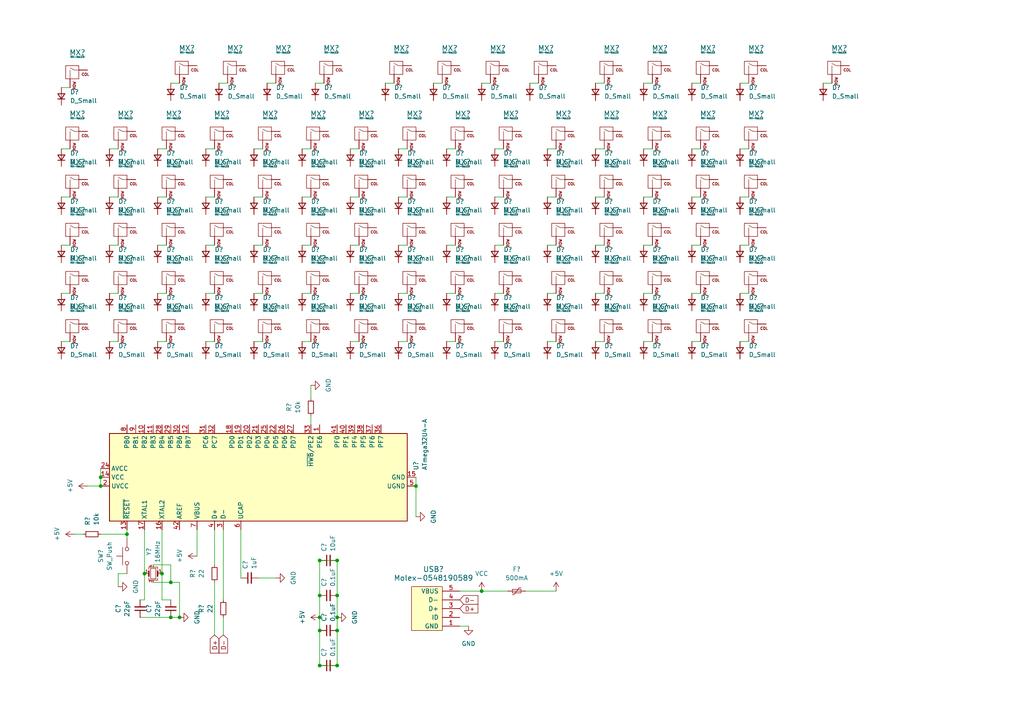
<source format=kicad_sch>
(kicad_sch (version 20211123) (generator eeschema)
  (paper "A4")
  (junction (at 139.7 171.45))
  (junction (at 97.79 162.56))
  (junction (at 97.79 172.72))
  (junction (at 92.71 182.88))
  (junction (at 120.65 140.97))
  (junction (at 97.79 179.07))
  (junction (at 29.21 138.43))
  (junction (at 52.07 179.07))
  (junction (at 92.71 172.72))
  (junction (at 92.71 193.04))
  (junction (at 49.53 168.91))
  (junction (at 92.71 162.56))
  (junction (at 36.83 154.94))
  (junction (at 29.21 140.97))
  (junction (at 92.71 179.07))
  (junction (at 49.53 179.07))
  (junction (at 97.79 182.88))
  (junction (at 97.79 193.04))
  (junction (at 46.99 166.37))
  (junction (at 41.91 166.37))
  (wire (pts (xy 45.72 99.06) (xy 48.26 99.06)))
  (wire (pts (xy 158.75 43.18) (xy 161.29 43.18)))
  (wire (pts (xy 153.67 24.13) (xy 156.21 24.13)))
  (wire (pts (xy 92.71 179.07) (xy 92.71 182.88)))
  (wire (pts (xy 101.6 99.06) (xy 104.14 99.06)))
  (wire (pts (xy 139.7 24.13) (xy 142.24 24.13)))
  (wire (pts (xy 120.65 149.86) (xy 120.65 140.97)))
  (wire (pts (xy 186.69 99.06) (xy 189.23 99.06)))
  (wire (pts (xy 186.69 24.13) (xy 189.23 24.13)))
  (wire (pts (xy 73.66 71.12) (xy 76.2 71.12)))
  (wire (pts (xy 129.54 43.18) (xy 132.08 43.18)))
  (wire (pts (xy 214.63 71.12) (xy 217.17 71.12)))
  (wire (pts (xy 46.99 166.37) (xy 46.99 153.67)))
  (wire (pts (xy 45.72 43.18) (xy 48.26 43.18)))
  (wire (pts (xy 172.72 71.12) (xy 175.26 71.12)))
  (wire (pts (xy 92.71 182.88) (xy 92.71 193.04)))
  (wire (pts (xy 129.54 85.09) (xy 132.08 85.09)))
  (wire (pts (xy 200.66 71.12) (xy 203.2 71.12)))
  (wire (pts (xy 143.51 57.15) (xy 146.05 57.15)))
  (wire (pts (xy 101.6 85.09) (xy 104.14 85.09)))
  (wire (pts (xy 59.69 85.09) (xy 62.23 85.09)))
  (wire (pts (xy 41.91 173.99) (xy 40.64 173.99)))
  (wire (pts (xy 158.75 85.09) (xy 161.29 85.09)))
  (wire (pts (xy 200.66 85.09) (xy 203.2 85.09)))
  (wire (pts (xy 92.71 179.07) (xy 92.71 172.72)))
  (wire (pts (xy 36.83 166.37) (xy 34.29 166.37)))
  (wire (pts (xy 133.35 181.61) (xy 135.89 181.61)))
  (wire (pts (xy 77.47 24.13) (xy 80.01 24.13)))
  (wire (pts (xy 87.63 71.12) (xy 90.17 71.12)))
  (wire (pts (xy 158.75 57.15) (xy 161.29 57.15)))
  (wire (pts (xy 59.69 43.18) (xy 62.23 43.18)))
  (wire (pts (xy 115.57 99.06) (xy 118.11 99.06)))
  (wire (pts (xy 74.93 167.64) (xy 80.01 167.64)))
  (wire (pts (xy 73.66 85.09) (xy 76.2 85.09)))
  (wire (pts (xy 73.66 57.15) (xy 76.2 57.15)))
  (wire (pts (xy 34.29 166.37) (xy 34.29 170.18)))
  (wire (pts (xy 101.6 43.18) (xy 104.14 43.18)))
  (wire (pts (xy 73.66 99.06) (xy 76.2 99.06)))
  (wire (pts (xy 49.53 24.13) (xy 52.07 24.13)))
  (wire (pts (xy 115.57 85.09) (xy 118.11 85.09)))
  (wire (pts (xy 172.72 57.15) (xy 175.26 57.15)))
  (wire (pts (xy 186.69 43.18) (xy 189.23 43.18)))
  (wire (pts (xy 172.72 99.06) (xy 175.26 99.06)))
  (wire (pts (xy 49.53 163.83) (xy 49.53 168.91)))
  (wire (pts (xy 45.72 71.12) (xy 48.26 71.12)))
  (wire (pts (xy 90.17 115.57) (xy 90.17 111.76)))
  (wire (pts (xy 46.99 173.99) (xy 49.53 173.99)))
  (wire (pts (xy 97.79 172.72) (xy 97.79 162.56)))
  (wire (pts (xy 64.77 184.15) (xy 64.77 179.07)))
  (wire (pts (xy 120.65 140.97) (xy 120.65 138.43)))
  (wire (pts (xy 44.45 168.91) (xy 49.53 168.91)))
  (wire (pts (xy 214.63 99.06) (xy 217.17 99.06)))
  (wire (pts (xy 45.72 85.09) (xy 48.26 85.09)))
  (wire (pts (xy 31.75 57.15) (xy 34.29 57.15)))
  (wire (pts (xy 214.63 85.09) (xy 217.17 85.09)))
  (wire (pts (xy 62.23 184.15) (xy 62.23 168.91)))
  (wire (pts (xy 17.78 43.18) (xy 20.32 43.18)))
  (wire (pts (xy 21.59 154.94) (xy 24.13 154.94)))
  (wire (pts (xy 29.21 154.94) (xy 36.83 154.94)))
  (wire (pts (xy 36.83 156.21) (xy 36.83 154.94)))
  (wire (pts (xy 49.53 179.07) (xy 52.07 179.07)))
  (wire (pts (xy 186.69 71.12) (xy 189.23 71.12)))
  (wire (pts (xy 90.17 123.19) (xy 90.17 120.65)))
  (wire (pts (xy 87.63 43.18) (xy 90.17 43.18)))
  (wire (pts (xy 158.75 99.06) (xy 161.29 99.06)))
  (wire (pts (xy 186.69 57.15) (xy 189.23 57.15)))
  (wire (pts (xy 45.72 57.15) (xy 48.26 57.15)))
  (wire (pts (xy 17.78 57.15) (xy 20.32 57.15)))
  (wire (pts (xy 36.83 154.94) (xy 36.83 153.67)))
  (wire (pts (xy 97.79 182.88) (xy 97.79 179.07)))
  (wire (pts (xy 214.63 43.18) (xy 217.17 43.18)))
  (wire (pts (xy 41.91 166.37) (xy 41.91 173.99)))
  (wire (pts (xy 152.4 171.45) (xy 161.29 171.45)))
  (wire (pts (xy 214.63 57.15) (xy 217.17 57.15)))
  (wire (pts (xy 31.75 99.06) (xy 34.29 99.06)))
  (wire (pts (xy 49.53 168.91) (xy 52.07 168.91)))
  (wire (pts (xy 91.44 24.13) (xy 93.98 24.13)))
  (wire (pts (xy 17.78 25.4) (xy 20.32 25.4)))
  (wire (pts (xy 64.77 173.99) (xy 64.77 153.67)))
  (wire (pts (xy 143.51 99.06) (xy 146.05 99.06)))
  (wire (pts (xy 115.57 43.18) (xy 118.11 43.18)))
  (wire (pts (xy 143.51 43.18) (xy 146.05 43.18)))
  (wire (pts (xy 139.7 171.45) (xy 147.32 171.45)))
  (wire (pts (xy 17.78 99.06) (xy 20.32 99.06)))
  (wire (pts (xy 186.69 85.09) (xy 189.23 85.09)))
  (wire (pts (xy 69.85 153.67) (xy 69.85 167.64)))
  (wire (pts (xy 125.73 24.13) (xy 128.27 24.13)))
  (wire (pts (xy 200.66 43.18) (xy 203.2 43.18)))
  (wire (pts (xy 143.51 71.12) (xy 146.05 71.12)))
  (wire (pts (xy 158.75 71.12) (xy 161.29 71.12)))
  (wire (pts (xy 44.45 163.83) (xy 49.53 163.83)))
  (wire (pts (xy 31.75 71.12) (xy 34.29 71.12)))
  (wire (pts (xy 29.21 135.89) (xy 29.21 138.43)))
  (wire (pts (xy 172.72 24.13) (xy 175.26 24.13)))
  (wire (pts (xy 92.71 193.04) (xy 97.79 193.04)))
  (wire (pts (xy 172.72 43.18) (xy 175.26 43.18)))
  (wire (pts (xy 133.35 171.45) (xy 139.7 171.45)))
  (wire (pts (xy 129.54 71.12) (xy 132.08 71.12)))
  (wire (pts (xy 29.21 138.43) (xy 29.21 140.97)))
  (wire (pts (xy 59.69 57.15) (xy 62.23 57.15)))
  (wire (pts (xy 73.66 43.18) (xy 76.2 43.18)))
  (wire (pts (xy 200.66 99.06) (xy 203.2 99.06)))
  (wire (pts (xy 97.79 179.07) (xy 97.79 172.72)))
  (wire (pts (xy 200.66 57.15) (xy 203.2 57.15)))
  (wire (pts (xy 129.54 57.15) (xy 132.08 57.15)))
  (wire (pts (xy 31.75 85.09) (xy 34.29 85.09)))
  (wire (pts (xy 97.79 193.04) (xy 97.79 182.88)))
  (wire (pts (xy 101.6 71.12) (xy 104.14 71.12)))
  (wire (pts (xy 172.72 85.09) (xy 175.26 85.09)))
  (wire (pts (xy 17.78 85.09) (xy 20.32 85.09)))
  (wire (pts (xy 115.57 57.15) (xy 118.11 57.15)))
  (wire (pts (xy 63.5 24.13) (xy 66.04 24.13)))
  (wire (pts (xy 115.57 71.12) (xy 118.11 71.12)))
  (wire (pts (xy 40.64 179.07) (xy 49.53 179.07)))
  (wire (pts (xy 238.76 24.13) (xy 241.3 24.13)))
  (wire (pts (xy 46.99 166.37) (xy 46.99 173.99)))
  (wire (pts (xy 57.15 161.29) (xy 57.15 153.67)))
  (wire (pts (xy 101.6 57.15) (xy 104.14 57.15)))
  (wire (pts (xy 200.66 24.13) (xy 203.2 24.13)))
  (wire (pts (xy 87.63 85.09) (xy 90.17 85.09)))
  (wire (pts (xy 29.21 140.97) (xy 25.4 140.97)))
  (wire (pts (xy 129.54 99.06) (xy 132.08 99.06)))
  (wire (pts (xy 87.63 57.15) (xy 90.17 57.15)))
  (wire (pts (xy 62.23 163.83) (xy 62.23 153.67)))
  (wire (pts (xy 143.51 85.09) (xy 146.05 85.09)))
  (wire (pts (xy 214.63 24.13) (xy 217.17 24.13)))
  (wire (pts (xy 17.78 71.12) (xy 20.32 71.12)))
  (wire (pts (xy 92.71 172.72) (xy 92.71 162.56)))
  (wire (pts (xy 59.69 99.06) (xy 62.23 99.06)))
  (wire (pts (xy 52.07 168.91) (xy 52.07 179.07)))
  (wire (pts (xy 31.75 43.18) (xy 34.29 43.18)))
  (wire (pts (xy 111.76 24.13) (xy 114.3 24.13)))
  (wire (pts (xy 87.63 99.06) (xy 90.17 99.06)))
  (wire (pts (xy 97.79 162.56) (xy 92.71 162.56)))
  (wire (pts (xy 41.91 166.37) (xy 41.91 153.67)))
  (wire (pts (xy 59.69 71.12) (xy 62.23 71.12)))
  (global_label "D-" (shape input) (at 133.35 173.99 0) (property "Intersheet References" "${INTERSHEET_REFS}" (effects hide)))
  (global_label "D+" (shape input) (at 133.35 176.53 0) (property "Intersheet References" "${INTERSHEET_REFS}" (effects hide)))
  (global_label "D+" (shape input) (at 62.23 184.15 270) (property "Intersheet References" "${INTERSHEET_REFS}" (effects hide)))
  (global_label "D-" (shape input) (at 64.77 184.15 270) (property "Intersheet References" "${INTERSHEET_REFS}" (effects hide)))
  (symbol (lib_id "MX_Alps_Hybrid:MX-NoLED") (at 105.41 67.31 0) (unit 1)
    (property "Reference" "MX?" (at 106.2956 60.96 0) (effects (font (size 1.524 1.524))))
    (property "Value" "MX-NoLED" (at 106.2956 62.23 0) (effects (font (size 0.508 0.508))))
  )
  (symbol (lib_id "power:GND") (at 52.07 179.07 90) (unit 1)
    (property "Reference" "#PWR?" (effects hide))
    (property "Value" "GND" (at 57.15 179.07 0))
  )
  (symbol (lib_id "MX_Alps_Hybrid:MX-NoLED") (at 176.53 81.28 0) (unit 1)
    (property "Reference" "MX?" (at 177.4156 74.93 0) (effects (font (size 1.524 1.524))))
    (property "Value" "MX-NoLED" (at 177.4156 76.2 0) (effects (font (size 0.508 0.508))))
  )
  (symbol (lib_id "Device:D_Small") (at 214.63 59.69 90) (unit 1)
    (property "Reference" "D?" (at 217.17 58.4199 90) (effects (justify right)))
    (property "Value" "D_Small" (at 217.17 60.9599 90) (effects (justify right)))
  )
  (symbol (lib_id "MX_Alps_Hybrid:MX-NoLED") (at 77.47 39.37 0) (unit 1)
    (property "Reference" "MX?" (at 78.3556 33.02 0) (effects (font (size 1.524 1.524))))
    (property "Value" "MX-NoLED" (at 78.3556 34.29 0) (effects (font (size 0.508 0.508))))
  )
  (symbol (lib_id "Device:D_Small") (at 59.69 45.72 90) (unit 1)
    (property "Reference" "D?" (at 62.23 44.4499 90) (effects (justify right)))
    (property "Value" "D_Small" (at 62.23 46.9899 90) (effects (justify right)))
  )
  (symbol (lib_id "MX_Alps_Hybrid:MX-NoLED") (at 35.56 39.37 0) (unit 1)
    (property "Reference" "MX?" (at 36.4456 33.02 0) (effects (font (size 1.524 1.524))))
    (property "Value" "MX-NoLED" (at 36.4456 34.29 0) (effects (font (size 0.508 0.508))))
  )
  (symbol (lib_id "MX_Alps_Hybrid:MX-NoLED") (at 204.47 53.34 0) (unit 1)
    (property "Reference" "MX?" (at 205.3556 46.99 0) (effects (font (size 1.524 1.524))))
    (property "Value" "MX-NoLED" (at 205.3556 48.26 0) (effects (font (size 0.508 0.508))))
  )
  (symbol (lib_id "Device:D_Small") (at 214.63 45.72 90) (unit 1)
    (property "Reference" "D?" (at 217.17 44.4499 90) (effects (justify right)))
    (property "Value" "D_Small" (at 217.17 46.9899 90) (effects (justify right)))
  )
  (symbol (lib_id "MX_Alps_Hybrid:MX-NoLED") (at 218.44 39.37 0) (unit 1)
    (property "Reference" "MX?" (at 219.3256 33.02 0) (effects (font (size 1.524 1.524))))
    (property "Value" "MX-NoLED" (at 219.3256 34.29 0) (effects (font (size 0.508 0.508))))
  )
  (symbol (lib_id "power:GND") (at 80.01 167.64 90) (unit 1)
    (property "Reference" "#PWR?" (effects hide))
    (property "Value" "GND" (at 85.09 167.64 0))
  )
  (symbol (lib_id "MX_Alps_Hybrid:MX-NoLED") (at 119.38 95.25 0) (unit 1)
    (property "Reference" "MX?" (at 120.2656 88.9 0) (effects (font (size 1.524 1.524))))
    (property "Value" "MX-NoLED" (at 120.2656 90.17 0) (effects (font (size 0.508 0.508))))
  )
  (symbol (lib_id "Device:C_Small") (at 49.53 176.53 180) (unit 1)
    (property "Reference" "C?" (at 43.18 176.5237 90))
    (property "Value" "22pF" (at 45.72 176.5237 90))
  )
  (symbol (lib_id "Device:Polyfuse_Small") (at 149.86 171.45 90) (unit 1)
    (property "Reference" "F?" (at 149.86 165.1 90))
    (property "Value" "500mA" (at 149.86 167.64 90))
  )
  (symbol (lib_id "MX_Alps_Hybrid:MX-NoLED") (at 119.38 67.31 0) (unit 1)
    (property "Reference" "MX?" (at 120.2656 60.96 0) (effects (font (size 1.524 1.524))))
    (property "Value" "MX-NoLED" (at 120.2656 62.23 0) (effects (font (size 0.508 0.508))))
  )
  (symbol (lib_id "MX_Alps_Hybrid:MX-NoLED") (at 218.44 67.31 0) (unit 1)
    (property "Reference" "MX?" (at 219.3256 60.96 0) (effects (font (size 1.524 1.524))))
    (property "Value" "MX-NoLED" (at 219.3256 62.23 0) (effects (font (size 0.508 0.508))))
  )
  (symbol (lib_id "Device:D_Small") (at 59.69 73.66 90) (unit 1)
    (property "Reference" "D?" (at 62.23 72.3899 90) (effects (justify right)))
    (property "Value" "D_Small" (at 62.23 74.9299 90) (effects (justify right)))
  )
  (symbol (lib_id "MX_Alps_Hybrid:MX-NoLED") (at 115.57 20.32 0) (unit 1)
    (property "Reference" "MX?" (at 116.4556 13.97 0) (effects (font (size 1.524 1.524))))
    (property "Value" "MX-NoLED" (at 116.4556 15.24 0) (effects (font (size 0.508 0.508))))
  )
  (symbol (lib_id "Device:D_Small") (at 115.57 59.69 90) (unit 1)
    (property "Reference" "D?" (at 118.11 58.4199 90) (effects (justify right)))
    (property "Value" "D_Small" (at 118.11 60.9599 90) (effects (justify right)))
  )
  (symbol (lib_id "MX_Alps_Hybrid:MX-NoLED") (at 63.5 39.37 0) (unit 1)
    (property "Reference" "MX?" (at 64.3856 33.02 0) (effects (font (size 1.524 1.524))))
    (property "Value" "MX-NoLED" (at 64.3856 34.29 0) (effects (font (size 0.508 0.508))))
  )
  (symbol (lib_id "Device:D_Small") (at 45.72 87.63 90) (unit 1)
    (property "Reference" "D?" (at 48.26 86.3599 90) (effects (justify right)))
    (property "Value" "D_Small" (at 48.26 88.8999 90) (effects (justify right)))
  )
  (symbol (lib_id "MX_Alps_Hybrid:MX-NoLED") (at 105.41 53.34 0) (unit 1)
    (property "Reference" "MX?" (at 106.2956 46.99 0) (effects (font (size 1.524 1.524))))
    (property "Value" "MX-NoLED" (at 106.2956 48.26 0) (effects (font (size 0.508 0.508))))
  )
  (symbol (lib_id "Device:D_Small") (at 158.75 59.69 90) (unit 1)
    (property "Reference" "D?" (at 161.29 58.4199 90) (effects (justify right)))
    (property "Value" "D_Small" (at 161.29 60.9599 90) (effects (justify right)))
  )
  (symbol (lib_id "MX_Alps_Hybrid:MX-NoLED") (at 49.53 95.25 0) (unit 1)
    (property "Reference" "MX?" (at 50.4156 88.9 0) (effects (font (size 1.524 1.524))))
    (property "Value" "MX-NoLED" (at 50.4156 90.17 0) (effects (font (size 0.508 0.508))))
  )
  (symbol (lib_id "Device:D_Small") (at 101.6 101.6 90) (unit 1)
    (property "Reference" "D?" (at 104.14 100.3299 90) (effects (justify right)))
    (property "Value" "D_Small" (at 104.14 102.8699 90) (effects (justify right)))
  )
  (symbol (lib_id "power:GND") (at 135.89 181.61 0) (unit 1)
    (property "Reference" "#PWR?" (effects hide))
    (property "Value" "GND" (at 135.89 186.69 0))
  )
  (symbol (lib_id "Device:D_Small") (at 186.69 45.72 90) (unit 1)
    (property "Reference" "D?" (at 189.23 44.4499 90) (effects (justify right)))
    (property "Value" "D_Small" (at 189.23 46.9899 90) (effects (justify right)))
  )
  (symbol (lib_id "Device:D_Small") (at 45.72 101.6 90) (unit 1)
    (property "Reference" "D?" (at 48.26 100.3299 90) (effects (justify right)))
    (property "Value" "D_Small" (at 48.26 102.8699 90) (effects (justify right)))
  )
  (symbol (lib_id "Device:C_Small") (at 95.25 172.72 90) (unit 1)
    (property "Reference" "C?" (at 93.9862 170.18 0) (effects (justify left)))
    (property "Value" "0.1uF" (at 96.5262 170.18 0) (effects (justify left)))
  )
  (symbol (lib_id "MX_Alps_Hybrid:MX-NoLED") (at 147.32 81.28 0) (unit 1)
    (property "Reference" "MX?" (at 148.2056 74.93 0) (effects (font (size 1.524 1.524))))
    (property "Value" "MX-NoLED" (at 148.2056 76.2 0) (effects (font (size 0.508 0.508))))
  )
  (symbol (lib_id "MX_Alps_Hybrid:MX-NoLED") (at 119.38 39.37 0) (unit 1)
    (property "Reference" "MX?" (at 120.2656 33.02 0) (effects (font (size 1.524 1.524))))
    (property "Value" "MX-NoLED" (at 120.2656 34.29 0) (effects (font (size 0.508 0.508))))
  )
  (symbol (lib_id "MX_Alps_Hybrid:MX-NoLED") (at 176.53 39.37 0) (unit 1)
    (property "Reference" "MX?" (at 177.4156 33.02 0) (effects (font (size 1.524 1.524))))
    (property "Value" "MX-NoLED" (at 177.4156 34.29 0) (effects (font (size 0.508 0.508))))
  )
  (symbol (lib_id "MX_Alps_Hybrid:MX-NoLED") (at 91.44 95.25 0) (unit 1)
    (property "Reference" "MX?" (at 92.3256 88.9 0) (effects (font (size 1.524 1.524))))
    (property "Value" "MX-NoLED" (at 92.3256 90.17 0) (effects (font (size 0.508 0.508))))
  )
  (symbol (lib_id "MX_Alps_Hybrid:MX-NoLED") (at 63.5 53.34 0) (unit 1)
    (property "Reference" "MX?" (at 64.3856 46.99 0) (effects (font (size 1.524 1.524))))
    (property "Value" "MX-NoLED" (at 64.3856 48.26 0) (effects (font (size 0.508 0.508))))
  )
  (symbol (lib_id "MX_Alps_Hybrid:MX-NoLED") (at 218.44 81.28 0) (unit 1)
    (property "Reference" "MX?" (at 219.3256 74.93 0) (effects (font (size 1.524 1.524))))
    (property "Value" "MX-NoLED" (at 219.3256 76.2 0) (effects (font (size 0.508 0.508))))
  )
  (symbol (lib_id "Device:D_Small") (at 17.78 87.63 90) (unit 1)
    (property "Reference" "D?" (at 20.32 86.3599 90) (effects (justify right)))
    (property "Value" "D_Small" (at 20.32 88.8999 90) (effects (justify right)))
  )
  (symbol (lib_id "MX_Alps_Hybrid:MX-NoLED") (at 162.56 81.28 0) (unit 1)
    (property "Reference" "MX?" (at 163.4456 74.93 0) (effects (font (size 1.524 1.524))))
    (property "Value" "MX-NoLED" (at 163.4456 76.2 0) (effects (font (size 0.508 0.508))))
  )
  (symbol (lib_id "Device:D_Small") (at 45.72 73.66 90) (unit 1)
    (property "Reference" "D?" (at 48.26 72.3899 90) (effects (justify right)))
    (property "Value" "D_Small" (at 48.26 74.9299 90) (effects (justify right)))
  )
  (symbol (lib_id "Device:D_Small") (at 31.75 45.72 90) (unit 1)
    (property "Reference" "D?" (at 34.29 44.4499 90) (effects (justify right)))
    (property "Value" "D_Small" (at 34.29 46.9899 90) (effects (justify right)))
  )
  (symbol (lib_id "MX_Alps_Hybrid:MX-NoLED") (at 147.32 39.37 0) (unit 1)
    (property "Reference" "MX?" (at 148.2056 33.02 0) (effects (font (size 1.524 1.524))))
    (property "Value" "MX-NoLED" (at 148.2056 34.29 0) (effects (font (size 0.508 0.508))))
  )
  (symbol (lib_id "MX_Alps_Hybrid:MX-NoLED") (at 218.44 95.25 0) (unit 1)
    (property "Reference" "MX?" (at 219.3256 88.9 0) (effects (font (size 1.524 1.524))))
    (property "Value" "MX-NoLED" (at 219.3256 90.17 0) (effects (font (size 0.508 0.508))))
  )
  (symbol (lib_id "MX_Alps_Hybrid:MX-NoLED") (at 91.44 67.31 0) (unit 1)
    (property "Reference" "MX?" (at 92.3256 60.96 0) (effects (font (size 1.524 1.524))))
    (property "Value" "MX-NoLED" (at 92.3256 62.23 0) (effects (font (size 0.508 0.508))))
  )
  (symbol (lib_id "Device:D_Small") (at 143.51 59.69 90) (unit 1)
    (property "Reference" "D?" (at 146.05 58.4199 90) (effects (justify right)))
    (property "Value" "D_Small" (at 146.05 60.9599 90) (effects (justify right)))
  )
  (symbol (lib_id "Device:D_Small") (at 129.54 101.6 90) (unit 1)
    (property "Reference" "D?" (at 132.08 100.3299 90) (effects (justify right)))
    (property "Value" "D_Small" (at 132.08 102.8699 90) (effects (justify right)))
  )
  (symbol (lib_id "MX_Alps_Hybrid:MX-NoLED") (at 133.35 67.31 0) (unit 1)
    (property "Reference" "MX?" (at 134.2356 60.96 0) (effects (font (size 1.524 1.524))))
    (property "Value" "MX-NoLED" (at 134.2356 62.23 0) (effects (font (size 0.508 0.508))))
  )
  (symbol (lib_id "Device:D_Small") (at 186.69 73.66 90) (unit 1)
    (property "Reference" "D?" (at 189.23 72.3899 90) (effects (justify right)))
    (property "Value" "D_Small" (at 189.23 74.9299 90) (effects (justify right)))
  )
  (symbol (lib_id "MX_Alps_Hybrid:MX-NoLED") (at 81.28 20.32 0) (unit 1)
    (property "Reference" "MX?" (at 82.1656 13.97 0) (effects (font (size 1.524 1.524))))
    (property "Value" "MX-NoLED" (at 82.1656 15.24 0) (effects (font (size 0.508 0.508))))
  )
  (symbol (lib_id "Device:D_Small") (at 17.78 45.72 90) (unit 1)
    (property "Reference" "D?" (at 20.32 44.4499 90) (effects (justify right)))
    (property "Value" "D_Small" (at 20.32 46.9899 90) (effects (justify right)))
  )
  (symbol (lib_id "Device:R_Small") (at 90.17 118.11 180) (unit 1)
    (property "Reference" "R?" (at 83.82 118.11 90))
    (property "Value" "10k" (at 86.36 118.11 90))
  )
  (symbol (lib_id "MX_Alps_Hybrid:MX-NoLED") (at 105.41 95.25 0) (unit 1)
    (property "Reference" "MX?" (at 106.2956 88.9 0) (effects (font (size 1.524 1.524))))
    (property "Value" "MX-NoLED" (at 106.2956 90.17 0) (effects (font (size 0.508 0.508))))
  )
  (symbol (lib_id "Device:C_Small") (at 95.25 162.56 90) (unit 1)
    (property "Reference" "C?" (at 93.9862 160.02 0) (effects (justify left)))
    (property "Value" "10uF" (at 96.5262 160.02 0) (effects (justify left)))
  )
  (symbol (lib_id "Device:D_Small") (at 158.75 45.72 90) (unit 1)
    (property "Reference" "D?" (at 161.29 44.4499 90) (effects (justify right)))
    (property "Value" "D_Small" (at 161.29 46.9899 90) (effects (justify right)))
  )
  (symbol (lib_id "Device:D_Small") (at 17.78 101.6 90) (unit 1)
    (property "Reference" "D?" (at 20.32 100.3299 90) (effects (justify right)))
    (property "Value" "D_Small" (at 20.32 102.8699 90) (effects (justify right)))
  )
  (symbol (lib_id "Device:C_Small") (at 72.39 167.64 90) (unit 1)
    (property "Reference" "C?" (at 71.1262 165.1 0) (effects (justify left)))
    (property "Value" "1uF" (at 73.6662 165.1 0) (effects (justify left)))
  )
  (symbol (lib_id "MX_Alps_Hybrid:MX-NoLED") (at 77.47 95.25 0) (unit 1)
    (property "Reference" "MX?" (at 78.3556 88.9 0) (effects (font (size 1.524 1.524))))
    (property "Value" "MX-NoLED" (at 78.3556 90.17 0) (effects (font (size 0.508 0.508))))
  )
  (symbol (lib_id "Device:D_Small") (at 200.66 26.67 90) (unit 1)
    (property "Reference" "D?" (at 203.2 25.3999 90) (effects (justify right)))
    (property "Value" "D_Small" (at 203.2 27.9399 90) (effects (justify right)))
  )
  (symbol (lib_id "Device:D_Small") (at 129.54 73.66 90) (unit 1)
    (property "Reference" "D?" (at 132.08 72.3899 90) (effects (justify right)))
    (property "Value" "D_Small" (at 132.08 74.9299 90) (effects (justify right)))
  )
  (symbol (lib_id "MX_Alps_Hybrid:MX-NoLED") (at 190.5 20.32 0) (unit 1)
    (property "Reference" "MX?" (at 191.3856 13.97 0) (effects (font (size 1.524 1.524))))
    (property "Value" "MX-NoLED" (at 191.3856 15.24 0) (effects (font (size 0.508 0.508))))
  )
  (symbol (lib_id "power:+5V") (at 21.59 154.94 90) (unit 1)
    (property "Reference" "#PWR?" (effects hide))
    (property "Value" "+5V" (at 16.51 154.94 0))
  )
  (symbol (lib_id "Device:D_Small") (at 158.75 101.6 90) (unit 1)
    (property "Reference" "D?" (at 161.29 100.3299 90) (effects (justify right)))
    (property "Value" "D_Small" (at 161.29 102.8699 90) (effects (justify right)))
  )
  (symbol (lib_id "power:+5V") (at 161.29 171.45 0) (unit 1)
    (property "Reference" "#PWR?" (effects hide))
    (property "Value" "+5V" (at 161.29 166.37 0))
  )
  (symbol (lib_id "Device:D_Small") (at 172.72 101.6 90) (unit 1)
    (property "Reference" "D?" (at 175.26 100.3299 90) (effects (justify right)))
    (property "Value" "D_Small" (at 175.26 102.8699 90) (effects (justify right)))
  )
  (symbol (lib_id "MX_Alps_Hybrid:MX-NoLED") (at 143.51 20.32 0) (unit 1)
    (property "Reference" "MX?" (at 144.3956 13.97 0) (effects (font (size 1.524 1.524))))
    (property "Value" "MX-NoLED" (at 144.3956 15.24 0) (effects (font (size 0.508 0.508))))
  )
  (symbol (lib_id "MX_Alps_Hybrid:MX-NoLED") (at 190.5 53.34 0) (unit 1)
    (property "Reference" "MX?" (at 191.3856 46.99 0) (effects (font (size 1.524 1.524))))
    (property "Value" "MX-NoLED" (at 191.3856 48.26 0) (effects (font (size 0.508 0.508))))
  )
  (symbol (lib_id "MX_Alps_Hybrid:MX-NoLED") (at 204.47 39.37 0) (unit 1)
    (property "Reference" "MX?" (at 205.3556 33.02 0) (effects (font (size 1.524 1.524))))
    (property "Value" "MX-NoLED" (at 205.3556 34.29 0) (effects (font (size 0.508 0.508))))
  )
  (symbol (lib_id "Device:D_Small") (at 73.66 73.66 90) (unit 1)
    (property "Reference" "D?" (at 76.2 72.3899 90) (effects (justify right)))
    (property "Value" "D_Small" (at 76.2 74.9299 90) (effects (justify right)))
  )
  (symbol (lib_id "Device:D_Small") (at 59.69 87.63 90) (unit 1)
    (property "Reference" "D?" (at 62.23 86.3599 90) (effects (justify right)))
    (property "Value" "D_Small" (at 62.23 88.8999 90) (effects (justify right)))
  )
  (symbol (lib_id "MX_Alps_Hybrid:MX-NoLED") (at 21.59 95.25 0) (unit 1)
    (property "Reference" "MX?" (at 22.4756 88.9 0) (effects (font (size 1.524 1.524))))
    (property "Value" "MX-NoLED" (at 22.4756 90.17 0) (effects (font (size 0.508 0.508))))
  )
  (symbol (lib_id "MX_Alps_Hybrid:MX-NoLED") (at 67.31 20.32 0) (unit 1)
    (property "Reference" "MX?" (at 68.1956 13.97 0) (effects (font (size 1.524 1.524))))
    (property "Value" "MX-NoLED" (at 68.1956 15.24 0) (effects (font (size 0.508 0.508))))
  )
  (symbol (lib_id "Device:D_Small") (at 59.69 59.69 90) (unit 1)
    (property "Reference" "D?" (at 62.23 58.4199 90) (effects (justify right)))
    (property "Value" "D_Small" (at 62.23 60.9599 90) (effects (justify right)))
  )
  (symbol (lib_id "Device:D_Small") (at 143.51 45.72 90) (unit 1)
    (property "Reference" "D?" (at 146.05 44.4499 90) (effects (justify right)))
    (property "Value" "D_Small" (at 146.05 46.9899 90) (effects (justify right)))
  )
  (symbol (lib_id "Device:D_Small") (at 129.54 45.72 90) (unit 1)
    (property "Reference" "D?" (at 132.08 44.4499 90) (effects (justify right)))
    (property "Value" "D_Small" (at 132.08 46.9899 90) (effects (justify right)))
  )
  (symbol (lib_id "Device:D_Small") (at 238.76 26.67 90) (unit 1)
    (property "Reference" "D?" (at 241.3 25.3999 90) (effects (justify right)))
    (property "Value" "D_Small" (at 241.3 27.9399 90) (effects (justify right)))
  )
  (symbol (lib_id "MX_Alps_Hybrid:MX-NoLED") (at 49.53 67.31 0) (unit 1)
    (property "Reference" "MX?" (at 50.4156 60.96 0) (effects (font (size 1.524 1.524))))
    (property "Value" "MX-NoLED" (at 50.4156 62.23 0) (effects (font (size 0.508 0.508))))
  )
  (symbol (lib_id "MX_Alps_Hybrid:MX-NoLED") (at 21.59 53.34 0) (unit 1)
    (property "Reference" "MX?" (at 22.4756 46.99 0) (effects (font (size 1.524 1.524))))
    (property "Value" "MX-NoLED" (at 22.4756 48.26 0) (effects (font (size 0.508 0.508))))
  )
  (symbol (lib_id "Device:D_Small") (at 214.63 87.63 90) (unit 1)
    (property "Reference" "D?" (at 217.17 86.3599 90) (effects (justify right)))
    (property "Value" "D_Small" (at 217.17 88.8999 90) (effects (justify right)))
  )
  (symbol (lib_id "Device:D_Small") (at 172.72 73.66 90) (unit 1)
    (property "Reference" "D?" (at 175.26 72.3899 90) (effects (justify right)))
    (property "Value" "D_Small" (at 175.26 74.9299 90) (effects (justify right)))
  )
  (symbol (lib_id "MX_Alps_Hybrid:MX-NoLED") (at 49.53 53.34 0) (unit 1)
    (property "Reference" "MX?" (at 50.4156 46.99 0) (effects (font (size 1.524 1.524))))
    (property "Value" "MX-NoLED" (at 50.4156 48.26 0) (effects (font (size 0.508 0.508))))
  )
  (symbol (lib_id "MCU_Microchip_ATmega:ATmega32U4-A") (at 74.93 138.43 90) (unit 1)
    (property "Reference" "U?" (at 120.65 136.4106 0) (effects (justify left)))
    (property "Value" "ATmega32U4-A" (at 123.19 136.4106 0) (effects (justify left)))
    (property "Footprint" "Package_QFP:TQFP-44_10x10mm_P0.8mm" (effects hide))
    (property "Datasheet" "http://ww1.microchip.com/downloads/en/DeviceDoc/Atmel-7766-8-bit-AVR-ATmega16U4-32U4_Datasheet.pdf" (effects hide))
  )
  (symbol (lib_id "MX_Alps_Hybrid:MX-NoLED") (at 21.59 67.31 0) (unit 1)
    (property "Reference" "MX?" (at 22.4756 60.96 0) (effects (font (size 1.524 1.524))))
    (property "Value" "MX-NoLED" (at 22.4756 62.23 0) (effects (font (size 0.508 0.508))))
  )
  (symbol (lib_id "MX_Alps_Hybrid:MX-NoLED") (at 119.38 81.28 0) (unit 1)
    (property "Reference" "MX?" (at 120.2656 74.93 0) (effects (font (size 1.524 1.524))))
    (property "Value" "MX-NoLED" (at 120.2656 76.2 0) (effects (font (size 0.508 0.508))))
  )
  (symbol (lib_id "MX_Alps_Hybrid:MX-NoLED") (at 49.53 39.37 0) (unit 1)
    (property "Reference" "MX?" (at 50.4156 33.02 0) (effects (font (size 1.524 1.524))))
    (property "Value" "MX-NoLED" (at 50.4156 34.29 0) (effects (font (size 0.508 0.508))))
  )
  (symbol (lib_id "Device:D_Small") (at 17.78 73.66 90) (unit 1)
    (property "Reference" "D?" (at 20.32 72.3899 90) (effects (justify right)))
    (property "Value" "D_Small" (at 20.32 74.9299 90) (effects (justify right)))
  )
  (symbol (lib_id "Device:D_Small") (at 31.75 59.69 90) (unit 1)
    (property "Reference" "D?" (at 34.29 58.4199 90) (effects (justify right)))
    (property "Value" "D_Small" (at 34.29 60.9599 90) (effects (justify right)))
  )
  (symbol (lib_id "power:+5V") (at 25.4 140.97 90) (unit 1)
    (property "Reference" "#PWR?" (effects hide))
    (property "Value" "+5V" (at 20.32 140.97 0))
  )
  (symbol (lib_id "Device:D_Small") (at 158.75 73.66 90) (unit 1)
    (property "Reference" "D?" (at 161.29 72.3899 90) (effects (justify right)))
    (property "Value" "D_Small" (at 161.29 74.9299 90) (effects (justify right)))
  )
  (symbol (lib_id "MX_Alps_Hybrid:MX-NoLED") (at 35.56 95.25 0) (unit 1)
    (property "Reference" "MX?" (at 36.4456 88.9 0) (effects (font (size 1.524 1.524))))
    (property "Value" "MX-NoLED" (at 36.4456 90.17 0) (effects (font (size 0.508 0.508))))
  )
  (symbol (lib_id "Device:D_Small") (at 17.78 59.69 90) (unit 1)
    (property "Reference" "D?" (at 20.32 58.4199 90) (effects (justify right)))
    (property "Value" "D_Small" (at 20.32 60.9599 90) (effects (justify right)))
  )
  (symbol (lib_id "MX_Alps_Hybrid:MX-NoLED") (at 21.59 39.37 0) (unit 1)
    (property "Reference" "MX?" (at 22.4756 33.02 0) (effects (font (size 1.524 1.524))))
    (property "Value" "MX-NoLED" (at 22.4756 34.29 0) (effects (font (size 0.508 0.508))))
  )
  (symbol (lib_id "Device:R_Small") (at 64.77 176.53 180) (unit 1)
    (property "Reference" "R?" (at 58.42 176.53 90))
    (property "Value" "22" (at 60.96 176.53 90))
  )
  (symbol (lib_id "Device:D_Small") (at 172.72 87.63 90) (unit 1)
    (property "Reference" "D?" (at 175.26 86.3599 90) (effects (justify right)))
    (property "Value" "D_Small" (at 175.26 88.8999 90) (effects (justify right)))
  )
  (symbol (lib_id "Device:D_Small") (at 200.66 87.63 90) (unit 1)
    (property "Reference" "D?" (at 203.2 86.3599 90) (effects (justify right)))
    (property "Value" "D_Small" (at 203.2 88.8999 90) (effects (justify right)))
  )
  (symbol (lib_id "MX_Alps_Hybrid:MX-NoLED") (at 105.41 39.37 0) (unit 1)
    (property "Reference" "MX?" (at 106.2956 33.02 0) (effects (font (size 1.524 1.524))))
    (property "Value" "MX-NoLED" (at 106.2956 34.29 0) (effects (font (size 0.508 0.508))))
  )
  (symbol (lib_id "Device:D_Small") (at 45.72 45.72 90) (unit 1)
    (property "Reference" "D?" (at 48.26 44.4499 90) (effects (justify right)))
    (property "Value" "D_Small" (at 48.26 46.9899 90) (effects (justify right)))
  )
  (symbol (lib_id "power:GND") (at 120.65 149.86 90) (unit 1)
    (property "Reference" "#PWR?" (effects hide))
    (property "Value" "GND" (at 125.73 149.86 0))
  )
  (symbol (lib_id "MX_Alps_Hybrid:MX-NoLED") (at 157.48 20.32 0) (unit 1)
    (property "Reference" "MX?" (at 158.3656 13.97 0) (effects (font (size 1.524 1.524))))
    (property "Value" "MX-NoLED" (at 158.3656 15.24 0) (effects (font (size 0.508 0.508))))
  )
  (symbol (lib_id "Device:D_Small") (at 63.5 26.67 90) (unit 1)
    (property "Reference" "D?" (at 66.04 25.3999 90) (effects (justify right)))
    (property "Value" "D_Small" (at 66.04 27.9399 90) (effects (justify right)))
  )
  (symbol (lib_id "MX_Alps_Hybrid:MX-NoLED") (at 218.44 20.32 0) (unit 1)
    (property "Reference" "MX?" (at 219.3256 13.97 0) (effects (font (size 1.524 1.524))))
    (property "Value" "MX-NoLED" (at 219.3256 15.24 0) (effects (font (size 0.508 0.508))))
  )
  (symbol (lib_id "Device:D_Small") (at 214.63 73.66 90) (unit 1)
    (property "Reference" "D?" (at 217.17 72.3899 90) (effects (justify right)))
    (property "Value" "D_Small" (at 217.17 74.9299 90) (effects (justify right)))
  )
  (symbol (lib_id "Device:D_Small") (at 73.66 101.6 90) (unit 1)
    (property "Reference" "D?" (at 76.2 100.3299 90) (effects (justify right)))
    (property "Value" "D_Small" (at 76.2 102.8699 90) (effects (justify right)))
  )
  (symbol (lib_id "Device:D_Small") (at 101.6 87.63 90) (unit 1)
    (property "Reference" "D?" (at 104.14 86.3599 90) (effects (justify right)))
    (property "Value" "D_Small" (at 104.14 88.8999 90) (effects (justify right)))
  )
  (symbol (lib_id "MX_Alps_Hybrid:MX-NoLED") (at 133.35 95.25 0) (unit 1)
    (property "Reference" "MX?" (at 134.2356 88.9 0) (effects (font (size 1.524 1.524))))
    (property "Value" "MX-NoLED" (at 134.2356 90.17 0) (effects (font (size 0.508 0.508))))
  )
  (symbol (lib_id "Device:C_Small") (at 95.25 193.04 90) (unit 1)
    (property "Reference" "C?" (at 93.9862 190.5 0) (effects (justify left)))
    (property "Value" "0.1uF" (at 96.5262 190.5 0) (effects (justify left)))
  )
  (symbol (lib_id "Device:D_Small") (at 91.44 26.67 90) (unit 1)
    (property "Reference" "D?" (at 93.98 25.3999 90) (effects (justify right)))
    (property "Value" "D_Small" (at 93.98 27.9399 90) (effects (justify right)))
  )
  (symbol (lib_id "MX_Alps_Hybrid:MX-NoLED") (at 133.35 53.34 0) (unit 1)
    (property "Reference" "MX?" (at 134.2356 46.99 0) (effects (font (size 1.524 1.524))))
    (property "Value" "MX-NoLED" (at 134.2356 48.26 0) (effects (font (size 0.508 0.508))))
  )
  (symbol (lib_id "MX_Alps_Hybrid:MX-NoLED") (at 77.47 81.28 0) (unit 1)
    (property "Reference" "MX?" (at 78.3556 74.93 0) (effects (font (size 1.524 1.524))))
    (property "Value" "MX-NoLED" (at 78.3556 76.2 0) (effects (font (size 0.508 0.508))))
  )
  (symbol (lib_id "MX_Alps_Hybrid:MX-NoLED") (at 105.41 81.28 0) (unit 1)
    (property "Reference" "MX?" (at 106.2956 74.93 0) (effects (font (size 1.524 1.524))))
    (property "Value" "MX-NoLED" (at 106.2956 76.2 0) (effects (font (size 0.508 0.508))))
  )
  (symbol (lib_id "power:GND") (at 97.79 179.07 90) (unit 1)
    (property "Reference" "#PWR?" (effects hide))
    (property "Value" "GND" (at 102.87 179.07 0))
  )
  (symbol (lib_id "Device:D_Small") (at 115.57 45.72 90) (unit 1)
    (property "Reference" "D?" (at 118.11 44.4499 90) (effects (justify right)))
    (property "Value" "D_Small" (at 118.11 46.9899 90) (effects (justify right)))
  )
  (symbol (lib_id "power:GND") (at 34.29 170.18 90) (unit 1)
    (property "Reference" "#PWR?" (effects hide))
    (property "Value" "GND" (at 39.37 170.18 0))
  )
  (symbol (lib_id "Device:D_Small") (at 200.66 59.69 90) (unit 1)
    (property "Reference" "D?" (at 203.2 58.4199 90) (effects (justify right)))
    (property "Value" "D_Small" (at 203.2 60.9599 90) (effects (justify right)))
  )
  (symbol (lib_id "MX_Alps_Hybrid:MX-NoLED") (at 190.5 67.31 0) (unit 1)
    (property "Reference" "MX?" (at 191.3856 60.96 0) (effects (font (size 1.524 1.524))))
    (property "Value" "MX-NoLED" (at 191.3856 62.23 0) (effects (font (size 0.508 0.508))))
  )
  (symbol (lib_id "Device:D_Small") (at 214.63 26.67 90) (unit 1)
    (property "Reference" "D?" (at 217.17 25.3999 90) (effects (justify right)))
    (property "Value" "D_Small" (at 217.17 27.9399 90) (effects (justify right)))
  )
  (symbol (lib_id "Device:R_Small") (at 26.67 154.94 90) (unit 1)
    (property "Reference" "R?" (at 25.3999 152.4 0) (effects (justify left)))
    (property "Value" "10k" (at 27.9399 152.4 0) (effects (justify left)))
  )
  (symbol (lib_id "MX_Alps_Hybrid:MX-NoLED") (at 95.25 20.32 0) (unit 1)
    (property "Reference" "MX?" (at 96.1356 13.97 0) (effects (font (size 1.524 1.524))))
    (property "Value" "MX-NoLED" (at 96.1356 15.24 0) (effects (font (size 0.508 0.508))))
  )
  (symbol (lib_id "MX_Alps_Hybrid:MX-NoLED") (at 204.47 20.32 0) (unit 1)
    (property "Reference" "MX?" (at 205.3556 13.97 0) (effects (font (size 1.524 1.524))))
    (property "Value" "MX-NoLED" (at 205.3556 15.24 0) (effects (font (size 0.508 0.508))))
  )
  (symbol (lib_id "MX_Alps_Hybrid:MX-NoLED") (at 21.59 81.28 0) (unit 1)
    (property "Reference" "MX?" (at 22.4756 74.93 0) (effects (font (size 1.524 1.524))))
    (property "Value" "MX-NoLED" (at 22.4756 76.2 0) (effects (font (size 0.508 0.508))))
  )
  (symbol (lib_id "MX_Alps_Hybrid:MX-NoLED") (at 176.53 67.31 0) (unit 1)
    (property "Reference" "MX?" (at 177.4156 60.96 0) (effects (font (size 1.524 1.524))))
    (property "Value" "MX-NoLED" (at 177.4156 62.23 0) (effects (font (size 0.508 0.508))))
  )
  (symbol (lib_id "MX_Alps_Hybrid:MX-NoLED") (at 204.47 95.25 0) (unit 1)
    (property "Reference" "MX?" (at 205.3556 88.9 0) (effects (font (size 1.524 1.524))))
    (property "Value" "MX-NoLED" (at 205.3556 90.17 0) (effects (font (size 0.508 0.508))))
  )
  (symbol (lib_id "Device:D_Small") (at 87.63 101.6 90) (unit 1)
    (property "Reference" "D?" (at 90.17 100.3299 90) (effects (justify right)))
    (property "Value" "D_Small" (at 90.17 102.8699 90) (effects (justify right)))
  )
  (symbol (lib_id "Device:Crystal_GND24_Small") (at 44.45 166.37 0) (unit 1)
    (property "Reference" "Y?" (at 43.18 160.02 90))
    (property "Value" "16MHz" (at 45.72 160.02 90))
  )
  (symbol (lib_id "Device:D_Small") (at 101.6 45.72 90) (unit 1)
    (property "Reference" "D?" (at 104.14 44.4499 90) (effects (justify right)))
    (property "Value" "D_Small" (at 104.14 46.9899 90) (effects (justify right)))
  )
  (symbol (lib_id "MX_Alps_Hybrid:MX-NoLED") (at 35.56 67.31 0) (unit 1)
    (property "Reference" "MX?" (at 36.4456 60.96 0) (effects (font (size 1.524 1.524))))
    (property "Value" "MX-NoLED" (at 36.4456 62.23 0) (effects (font (size 0.508 0.508))))
  )
  (symbol (lib_id "MX_Alps_Hybrid:MX-NoLED") (at 77.47 53.34 0) (unit 1)
    (property "Reference" "MX?" (at 78.3556 46.99 0) (effects (font (size 1.524 1.524))))
    (property "Value" "MX-NoLED" (at 78.3556 48.26 0) (effects (font (size 0.508 0.508))))
  )
  (symbol (lib_id "MX_Alps_Hybrid:MX-NoLED") (at 190.5 81.28 0) (unit 1)
    (property "Reference" "MX?" (at 191.3856 74.93 0) (effects (font (size 1.524 1.524))))
    (property "Value" "MX-NoLED" (at 191.3856 76.2 0) (effects (font (size 0.508 0.508))))
  )
  (symbol (lib_id "Device:D_Small") (at 87.63 87.63 90) (unit 1)
    (property "Reference" "D?" (at 90.17 86.3599 90) (effects (justify right)))
    (property "Value" "D_Small" (at 90.17 88.8999 90) (effects (justify right)))
  )
  (symbol (lib_id "Device:D_Small") (at 115.57 73.66 90) (unit 1)
    (property "Reference" "D?" (at 118.11 72.3899 90) (effects (justify right)))
    (property "Value" "D_Small" (at 118.11 74.9299 90) (effects (justify right)))
  )
  (symbol (lib_id "Device:D_Small") (at 172.72 59.69 90) (unit 1)
    (property "Reference" "D?" (at 175.26 58.4199 90) (effects (justify right)))
    (property "Value" "D_Small" (at 175.26 60.9599 90) (effects (justify right)))
  )
  (symbol (lib_id "MX_Alps_Hybrid:MX-NoLED") (at 91.44 39.37 0) (unit 1)
    (property "Reference" "MX?" (at 92.3256 33.02 0) (effects (font (size 1.524 1.524))))
    (property "Value" "MX-NoLED" (at 92.3256 34.29 0) (effects (font (size 0.508 0.508))))
  )
  (symbol (lib_id "Device:D_Small") (at 143.51 101.6 90) (unit 1)
    (property "Reference" "D?" (at 146.05 100.3299 90) (effects (justify right)))
    (property "Value" "D_Small" (at 146.05 102.8699 90) (effects (justify right)))
  )
  (symbol (lib_id "Device:D_Small") (at 125.73 26.67 90) (unit 1)
    (property "Reference" "D?" (at 128.27 25.3999 90) (effects (justify right)))
    (property "Value" "D_Small" (at 128.27 27.9399 90) (effects (justify right)))
  )
  (symbol (lib_id "Device:R_Small") (at 62.23 166.37 180) (unit 1)
    (property "Reference" "R?" (at 55.88 166.37 90))
    (property "Value" "22" (at 58.42 166.37 90))
  )
  (symbol (lib_id "MX_Alps_Hybrid:MX-NoLED") (at 133.35 39.37 0) (unit 1)
    (property "Reference" "MX?" (at 134.2356 33.02 0) (effects (font (size 1.524 1.524))))
    (property "Value" "MX-NoLED" (at 134.2356 34.29 0) (effects (font (size 0.508 0.508))))
  )
  (symbol (lib_id "MX_Alps_Hybrid:MX-NoLED") (at 176.53 53.34 0) (unit 1)
    (property "Reference" "MX?" (at 177.4156 46.99 0) (effects (font (size 1.524 1.524))))
    (property "Value" "MX-NoLED" (at 177.4156 48.26 0) (effects (font (size 0.508 0.508))))
  )
  (symbol (lib_id "MX_Alps_Hybrid:MX-NoLED") (at 63.5 95.25 0) (unit 1)
    (property "Reference" "MX?" (at 64.3856 88.9 0) (effects (font (size 1.524 1.524))))
    (property "Value" "MX-NoLED" (at 64.3856 90.17 0) (effects (font (size 0.508 0.508))))
  )
  (symbol (lib_id "power:+5V") (at 92.71 179.07 90) (unit 1)
    (property "Reference" "#PWR?" (effects hide))
    (property "Value" "+5V" (at 87.63 179.07 0))
  )
  (symbol (lib_id "Device:D_Small") (at 101.6 73.66 90) (unit 1)
    (property "Reference" "D?" (at 104.14 72.3899 90) (effects (justify right)))
    (property "Value" "D_Small" (at 104.14 74.9299 90) (effects (justify right)))
  )
  (symbol (lib_id "Device:D_Small") (at 31.75 73.66 90) (unit 1)
    (property "Reference" "D?" (at 34.29 72.3899 90) (effects (justify right)))
    (property "Value" "D_Small" (at 34.29 74.9299 90) (effects (justify right)))
  )
  (symbol (lib_id "Device:D_Small") (at 186.69 26.67 90) (unit 1)
    (property "Reference" "D?" (at 189.23 25.3999 90) (effects (justify right)))
    (property "Value" "D_Small" (at 189.23 27.9399 90) (effects (justify right)))
  )
  (symbol (lib_id "Device:C_Small") (at 40.64 176.53 180) (unit 1)
    (property "Reference" "C?" (at 34.29 176.5237 90))
    (property "Value" "22pF" (at 36.83 176.5237 90))
  )
  (symbol (lib_id "Device:D_Small") (at 200.66 73.66 90) (unit 1)
    (property "Reference" "D?" (at 203.2 72.3899 90) (effects (justify right)))
    (property "Value" "D_Small" (at 203.2 74.9299 90) (effects (justify right)))
  )
  (symbol (lib_id "MX_Alps_Hybrid:MX-NoLED") (at 162.56 95.25 0) (unit 1)
    (property "Reference" "MX?" (at 163.4456 88.9 0) (effects (font (size 1.524 1.524))))
    (property "Value" "MX-NoLED" (at 163.4456 90.17 0) (effects (font (size 0.508 0.508))))
  )
  (symbol (lib_id "Device:D_Small") (at 111.76 26.67 90) (unit 1)
    (property "Reference" "D?" (at 114.3 25.3999 90) (effects (justify right)))
    (property "Value" "D_Small" (at 114.3 27.9399 90) (effects (justify right)))
  )
  (symbol (lib_id "MX_Alps_Hybrid:MX-NoLED") (at 147.32 53.34 0) (unit 1)
    (property "Reference" "MX?" (at 148.2056 46.99 0) (effects (font (size 1.524 1.524))))
    (property "Value" "MX-NoLED" (at 148.2056 48.26 0) (effects (font (size 0.508 0.508))))
  )
  (symbol (lib_id "MX_Alps_Hybrid:MX-NoLED") (at 204.47 67.31 0) (unit 1)
    (property "Reference" "MX?" (at 205.3556 60.96 0) (effects (font (size 1.524 1.524))))
    (property "Value" "MX-NoLED" (at 205.3556 62.23 0) (effects (font (size 0.508 0.508))))
  )
  (symbol (lib_id "Device:D_Small") (at 214.63 101.6 90) (unit 1)
    (property "Reference" "D?" (at 217.17 100.3299 90) (effects (justify right)))
    (property "Value" "D_Small" (at 217.17 102.8699 90) (effects (justify right)))
  )
  (symbol (lib_id "MX_Alps_Hybrid:MX-NoLED") (at 77.47 67.31 0) (unit 1)
    (property "Reference" "MX?" (at 78.3556 60.96 0) (effects (font (size 1.524 1.524))))
    (property "Value" "MX-NoLED" (at 78.3556 62.23 0) (effects (font (size 0.508 0.508))))
  )
  (symbol (lib_id "Device:D_Small") (at 186.69 101.6 90) (unit 1)
    (property "Reference" "D?" (at 189.23 100.3299 90) (effects (justify right)))
    (property "Value" "D_Small" (at 189.23 102.8699 90) (effects (justify right)))
  )
  (symbol (lib_id "Device:D_Small") (at 59.69 101.6 90) (unit 1)
    (property "Reference" "D?" (at 62.23 100.3299 90) (effects (justify right)))
    (property "Value" "D_Small" (at 62.23 102.8699 90) (effects (justify right)))
  )
  (symbol (lib_id "MX_Alps_Hybrid:MX-NoLED") (at 147.32 67.31 0) (unit 1)
    (property "Reference" "MX?" (at 148.2056 60.96 0) (effects (font (size 1.524 1.524))))
    (property "Value" "MX-NoLED" (at 148.2056 62.23 0) (effects (font (size 0.508 0.508))))
  )
  (symbol (lib_id "Device:D_Small") (at 200.66 45.72 90) (unit 1)
    (property "Reference" "D?" (at 203.2 44.4499 90) (effects (justify right)))
    (property "Value" "D_Small" (at 203.2 46.9899 90) (effects (justify right)))
  )
  (symbol (lib_id "MX_Alps_Hybrid:MX-NoLED") (at 190.5 95.25 0) (unit 1)
    (property "Reference" "MX?" (at 191.3856 88.9 0) (effects (font (size 1.524 1.524))))
    (property "Value" "MX-NoLED" (at 191.3856 90.17 0) (effects (font (size 0.508 0.508))))
  )
  (symbol (lib_id "MX_Alps_Hybrid:MX-NoLED") (at 133.35 81.28 0) (unit 1)
    (property "Reference" "MX?" (at 134.2356 74.93 0) (effects (font (size 1.524 1.524))))
    (property "Value" "MX-NoLED" (at 134.2356 76.2 0) (effects (font (size 0.508 0.508))))
  )
  (symbol (lib_id "Device:D_Small") (at 31.75 87.63 90) (unit 1)
    (property "Reference" "D?" (at 34.29 86.3599 90) (effects (justify right)))
    (property "Value" "D_Small" (at 34.29 88.8999 90) (effects (justify right)))
  )
  (symbol (lib_id "Device:D_Small") (at 139.7 26.67 90) (unit 1)
    (property "Reference" "D?" (at 142.24 25.3999 90) (effects (justify right)))
    (property "Value" "D_Small" (at 142.24 27.9399 90) (effects (justify right)))
  )
  (symbol (lib_id "Device:D_Small") (at 158.75 87.63 90) (unit 1)
    (property "Reference" "D?" (at 161.29 86.3599 90) (effects (justify right)))
    (property "Value" "D_Small" (at 161.29 88.8999 90) (effects (justify right)))
  )
  (symbol (lib_id "Device:D_Small") (at 186.69 87.63 90) (unit 1)
    (property "Reference" "D?" (at 189.23 86.3599 90) (effects (justify right)))
    (property "Value" "D_Small" (at 189.23 88.8999 90) (effects (justify right)))
  )
  (symbol (lib_id "MX_Alps_Hybrid:MX-NoLED") (at 176.53 95.25 0) (unit 1)
    (property "Reference" "MX?" (at 177.4156 88.9 0) (effects (font (size 1.524 1.524))))
    (property "Value" "MX-NoLED" (at 177.4156 90.17 0) (effects (font (size 0.508 0.508))))
  )
  (symbol (lib_id "Device:D_Small") (at 49.53 26.67 90) (unit 1)
    (property "Reference" "D?" (at 52.07 25.3999 90) (effects (justify right)))
    (property "Value" "D_Small" (at 52.07 27.9399 90) (effects (justify right)))
  )
  (symbol (lib_id "Device:D_Small") (at 45.72 59.69 90) (unit 1)
    (property "Reference" "D?" (at 48.26 58.4199 90) (effects (justify right)))
    (property "Value" "D_Small" (at 48.26 60.9599 90) (effects (justify right)))
  )
  (symbol (lib_id "MX_Alps_Hybrid:MX-NoLED") (at 53.34 20.32 0) (unit 1)
    (property "Reference" "MX?" (at 54.2256 13.97 0) (effects (font (size 1.524 1.524))))
    (property "Value" "MX-NoLED" (at 54.2256 15.24 0) (effects (font (size 0.508 0.508))))
  )
  (symbol (lib_id "MX_Alps_Hybrid:MX-NoLED") (at 242.57 20.32 0) (unit 1)
    (property "Reference" "MX?" (at 243.4556 13.97 0) (effects (font (size 1.524 1.524))))
    (property "Value" "MX-NoLED" (at 243.4556 15.24 0) (effects (font (size 0.508 0.508))))
  )
  (symbol (lib_id "Device:D_Small") (at 129.54 59.69 90) (unit 1)
    (property "Reference" "D?" (at 132.08 58.4199 90) (effects (justify right)))
    (property "Value" "D_Small" (at 132.08 60.9599 90) (effects (justify right)))
  )
  (symbol (lib_id "MX_Alps_Hybrid:MX-NoLED") (at 147.32 95.25 0) (unit 1)
    (property "Reference" "MX?" (at 148.2056 88.9 0) (effects (font (size 1.524 1.524))))
    (property "Value" "MX-NoLED" (at 148.2056 90.17 0) (effects (font (size 0.508 0.508))))
  )
  (symbol (lib_id "MX_Alps_Hybrid:MX-NoLED") (at 63.5 67.31 0) (unit 1)
    (property "Reference" "MX?" (at 64.3856 60.96 0) (effects (font (size 1.524 1.524))))
    (property "Value" "MX-NoLED" (at 64.3856 62.23 0) (effects (font (size 0.508 0.508))))
  )
  (symbol (lib_id "random-keyboard-parts:Molex-0548190589") (at 125.73 176.53 90) (unit 1)
    (property "Reference" "USB?" (at 125.73 165.1 90) (effects (font (size 1.524 1.524))))
    (property "Value" "Molex-0548190589" (at 125.73 167.64 90) (effects (font (size 1.524 1.524))))
  )
  (symbol (lib_id "Device:D_Small") (at 115.57 87.63 90) (unit 1)
    (property "Reference" "D?" (at 118.11 86.3599 90) (effects (justify right)))
    (property "Value" "D_Small" (at 118.11 88.8999 90) (effects (justify right)))
  )
  (symbol (lib_id "Device:D_Small") (at 87.63 59.69 90) (unit 1)
    (property "Reference" "D?" (at 90.17 58.4199 90) (effects (justify right)))
    (property "Value" "D_Small" (at 90.17 60.9599 90) (effects (justify right)))
  )
  (symbol (lib_id "Device:D_Small") (at 153.67 26.67 90) (unit 1)
    (property "Reference" "D?" (at 156.21 25.3999 90) (effects (justify right)))
    (property "Value" "D_Small" (at 156.21 27.9399 90) (effects (justify right)))
  )
  (symbol (lib_id "MX_Alps_Hybrid:MX-NoLED") (at 21.59 21.59 0) (unit 1)
    (property "Reference" "MX?" (at 22.4756 15.24 0) (effects (font (size 1.524 1.524))))
    (property "Value" "MX-NoLED" (at 22.4756 16.51 0) (effects (font (size 0.508 0.508))))
  )
  (symbol (lib_id "Device:D_Small") (at 77.47 26.67 90) (unit 1)
    (property "Reference" "D?" (at 80.01 25.3999 90) (effects (justify right)))
    (property "Value" "D_Small" (at 80.01 27.9399 90) (effects (justify right)))
  )
  (symbol (lib_id "MX_Alps_Hybrid:MX-NoLED") (at 190.5 39.37 0) (unit 1)
    (property "Reference" "MX?" (at 191.3856 33.02 0) (effects (font (size 1.524 1.524))))
    (property "Value" "MX-NoLED" (at 191.3856 34.29 0) (effects (font (size 0.508 0.508))))
  )
  (symbol (lib_id "Device:D_Small") (at 73.66 59.69 90) (unit 1)
    (property "Reference" "D?" (at 76.2 58.4199 90) (effects (justify right)))
    (property "Value" "D_Small" (at 76.2 60.9599 90) (effects (justify right)))
  )
  (symbol (lib_id "power:+5V") (at 57.15 161.29 90) (unit 1)
    (property "Reference" "#PWR?" (effects hide))
    (property "Value" "+5V" (at 52.07 161.29 0))
  )
  (symbol (lib_id "Device:D_Small") (at 17.78 27.94 90) (unit 1)
    (property "Reference" "D?" (at 20.32 26.6699 90) (effects (justify right)))
    (property "Value" "D_Small" (at 20.32 29.2099 90) (effects (justify right)))
  )
  (symbol (lib_id "MX_Alps_Hybrid:MX-NoLED") (at 218.44 53.34 0) (unit 1)
    (property "Reference" "MX?" (at 219.3256 46.99 0) (effects (font (size 1.524 1.524))))
    (property "Value" "MX-NoLED" (at 219.3256 48.26 0) (effects (font (size 0.508 0.508))))
  )
  (symbol (lib_id "Device:D_Small") (at 87.63 45.72 90) (unit 1)
    (property "Reference" "D?" (at 90.17 44.4499 90) (effects (justify right)))
    (property "Value" "D_Small" (at 90.17 46.9899 90) (effects (justify right)))
  )
  (symbol (lib_id "Device:D_Small") (at 87.63 73.66 90) (unit 1)
    (property "Reference" "D?" (at 90.17 72.3899 90) (effects (justify right)))
    (property "Value" "D_Small" (at 90.17 74.9299 90) (effects (justify right)))
  )
  (symbol (lib_id "MX_Alps_Hybrid:MX-NoLED") (at 35.56 81.28 0) (unit 1)
    (property "Reference" "MX?" (at 36.4456 74.93 0) (effects (font (size 1.524 1.524))))
    (property "Value" "MX-NoLED" (at 36.4456 76.2 0) (effects (font (size 0.508 0.508))))
  )
  (symbol (lib_id "MX_Alps_Hybrid:MX-NoLED") (at 176.53 20.32 0) (unit 1)
    (property "Reference" "MX?" (at 177.4156 13.97 0) (effects (font (size 1.524 1.524))))
    (property "Value" "MX-NoLED" (at 177.4156 15.24 0) (effects (font (size 0.508 0.508))))
  )
  (symbol (lib_id "Switch:SW_Push") (at 36.83 161.29 90) (unit 1)
    (property "Reference" "SW?" (at 29.21 161.29 0))
    (property "Value" "SW_Push" (at 31.75 161.29 0))
  )
  (symbol (lib_id "MX_Alps_Hybrid:MX-NoLED") (at 129.54 20.32 0) (unit 1)
    (property "Reference" "MX?" (at 130.4256 13.97 0) (effects (font (size 1.524 1.524))))
    (property "Value" "MX-NoLED" (at 130.4256 15.24 0) (effects (font (size 0.508 0.508))))
  )
  (symbol (lib_id "Device:D_Small") (at 143.51 87.63 90) (unit 1)
    (property "Reference" "D?" (at 146.05 86.3599 90) (effects (justify right)))
    (property "Value" "D_Small" (at 146.05 88.8999 90) (effects (justify right)))
  )
  (symbol (lib_id "Device:D_Small") (at 143.51 73.66 90) (unit 1)
    (property "Reference" "D?" (at 146.05 72.3899 90) (effects (justify right)))
    (property "Value" "D_Small" (at 146.05 74.9299 90) (effects (justify right)))
  )
  (symbol (lib_id "MX_Alps_Hybrid:MX-NoLED") (at 91.44 81.28 0) (unit 1)
    (property "Reference" "MX?" (at 92.3256 74.93 0) (effects (font (size 1.524 1.524))))
    (property "Value" "MX-NoLED" (at 92.3256 76.2 0) (effects (font (size 0.508 0.508))))
  )
  (symbol (lib_id "Device:D_Small") (at 172.72 45.72 90) (unit 1)
    (property "Reference" "D?" (at 175.26 44.4499 90) (effects (justify right)))
    (property "Value" "D_Small" (at 175.26 46.9899 90) (effects (justify right)))
  )
  (symbol (lib_id "power:VCC") (at 139.7 171.45 0) (unit 1)
    (property "Reference" "#PWR?" (effects hide))
    (property "Value" "VCC" (at 139.7 166.37 0))
  )
  (symbol (lib_id "Device:D_Small") (at 172.72 26.67 90) (unit 1)
    (property "Reference" "D?" (at 175.26 25.3999 90) (effects (justify right)))
    (property "Value" "D_Small" (at 175.26 27.9399 90) (effects (justify right)))
  )
  (symbol (lib_id "Device:D_Small") (at 115.57 101.6 90) (unit 1)
    (property "Reference" "D?" (at 118.11 100.3299 90) (effects (justify right)))
    (property "Value" "D_Small" (at 118.11 102.8699 90) (effects (justify right)))
  )
  (symbol (lib_id "MX_Alps_Hybrid:MX-NoLED") (at 91.44 53.34 0) (unit 1)
    (property "Reference" "MX?" (at 92.3256 46.99 0) (effects (font (size 1.524 1.524))))
    (property "Value" "MX-NoLED" (at 92.3256 48.26 0) (effects (font (size 0.508 0.508))))
  )
  (symbol (lib_id "Device:D_Small") (at 31.75 101.6 90) (unit 1)
    (property "Reference" "D?" (at 34.29 100.3299 90) (effects (justify right)))
    (property "Value" "D_Small" (at 34.29 102.8699 90) (effects (justify right)))
  )
  (symbol (lib_id "Device:C_Small") (at 95.25 182.88 90) (unit 1)
    (property "Reference" "C?" (at 93.9862 180.34 0) (effects (justify left)))
    (property "Value" "0.1uF" (at 96.5262 180.34 0) (effects (justify left)))
  )
  (symbol (lib_id "Device:D_Small") (at 101.6 59.69 90) (unit 1)
    (property "Reference" "D?" (at 104.14 58.4199 90) (effects (justify right)))
    (property "Value" "D_Small" (at 104.14 60.9599 90) (effects (justify right)))
  )
  (symbol (lib_id "Device:D_Small") (at 186.69 59.69 90) (unit 1)
    (property "Reference" "D?" (at 189.23 58.4199 90) (effects (justify right)))
    (property "Value" "D_Small" (at 189.23 60.9599 90) (effects (justify right)))
  )
  (symbol (lib_id "Device:D_Small") (at 129.54 87.63 90) (unit 1)
    (property "Reference" "D?" (at 132.08 86.3599 90) (effects (justify right)))
    (property "Value" "D_Small" (at 132.08 88.8999 90) (effects (justify right)))
  )
  (symbol (lib_id "Device:D_Small") (at 73.66 45.72 90) (unit 1)
    (property "Reference" "D?" (at 76.2 44.4499 90) (effects (justify right)))
    (property "Value" "D_Small" (at 76.2 46.9899 90) (effects (justify right)))
  )
  (symbol (lib_id "MX_Alps_Hybrid:MX-NoLED") (at 162.56 67.31 0) (unit 1)
    (property "Reference" "MX?" (at 163.4456 60.96 0) (effects (font (size 1.524 1.524))))
    (property "Value" "MX-NoLED" (at 163.4456 62.23 0) (effects (font (size 0.508 0.508))))
  )
  (symbol (lib_id "MX_Alps_Hybrid:MX-NoLED") (at 204.47 81.28 0) (unit 1)
    (property "Reference" "MX?" (at 205.3556 74.93 0) (effects (font (size 1.524 1.524))))
    (property "Value" "MX-NoLED" (at 205.3556 76.2 0) (effects (font (size 0.508 0.508))))
  )
  (symbol (lib_id "MX_Alps_Hybrid:MX-NoLED") (at 35.56 53.34 0) (unit 1)
    (property "Reference" "MX?" (at 36.4456 46.99 0) (effects (font (size 1.524 1.524))))
    (property "Value" "MX-NoLED" (at 36.4456 48.26 0) (effects (font (size 0.508 0.508))))
  )
  (symbol (lib_id "MX_Alps_Hybrid:MX-NoLED") (at 63.5 81.28 0) (unit 1)
    (property "Reference" "MX?" (at 64.3856 74.93 0) (effects (font (size 1.524 1.524))))
    (property "Value" "MX-NoLED" (at 64.3856 76.2 0) (effects (font (size 0.508 0.508))))
  )
  (symbol (lib_id "MX_Alps_Hybrid:MX-NoLED") (at 162.56 39.37 0) (unit 1)
    (property "Reference" "MX?" (at 163.4456 33.02 0) (effects (font (size 1.524 1.524))))
    (property "Value" "MX-NoLED" (at 163.4456 34.29 0) (effects (font (size 0.508 0.508))))
  )
  (symbol (lib_id "MX_Alps_Hybrid:MX-NoLED") (at 162.56 53.34 0) (unit 1)
    (property "Reference" "MX?" (at 163.4456 46.99 0) (effects (font (size 1.524 1.524))))
    (property "Value" "MX-NoLED" (at 163.4456 48.26 0) (effects (font (size 0.508 0.508))))
  )
  (symbol (lib_id "MX_Alps_Hybrid:MX-NoLED") (at 49.53 81.28 0) (unit 1)
    (property "Reference" "MX?" (at 50.4156 74.93 0) (effects (font (size 1.524 1.524))))
    (property "Value" "MX-NoLED" (at 50.4156 76.2 0) (effects (font (size 0.508 0.508))))
  )
  (symbol (lib_id "Device:D_Small") (at 200.66 101.6 90) (unit 1)
    (property "Reference" "D?" (at 203.2 100.3299 90) (effects (justify right)))
    (property "Value" "D_Small" (at 203.2 102.8699 90) (effects (justify right)))
  )
  (symbol (lib_id "power:GND") (at 90.17 111.76 90) (unit 1)
    (property "Reference" "#PWR?" (effects hide))
    (property "Value" "GND" (at 95.25 111.76 0))
  )
  (symbol (lib_id "Device:D_Small") (at 73.66 87.63 90) (unit 1)
    (property "Reference" "D?" (at 76.2 86.3599 90) (effects (justify right)))
    (property "Value" "D_Small" (at 76.2 88.8999 90) (effects (justify right)))
  )
  (symbol (lib_id "MX_Alps_Hybrid:MX-NoLED") (at 119.38 53.34 0) (unit 1)
    (property "Reference" "MX?" (at 120.2656 46.99 0) (effects (font (size 1.524 1.524))))
    (property "Value" "MX-NoLED" (at 120.2656 48.26 0) (effects (font (size 0.508 0.508))))
  )
)
</source>
